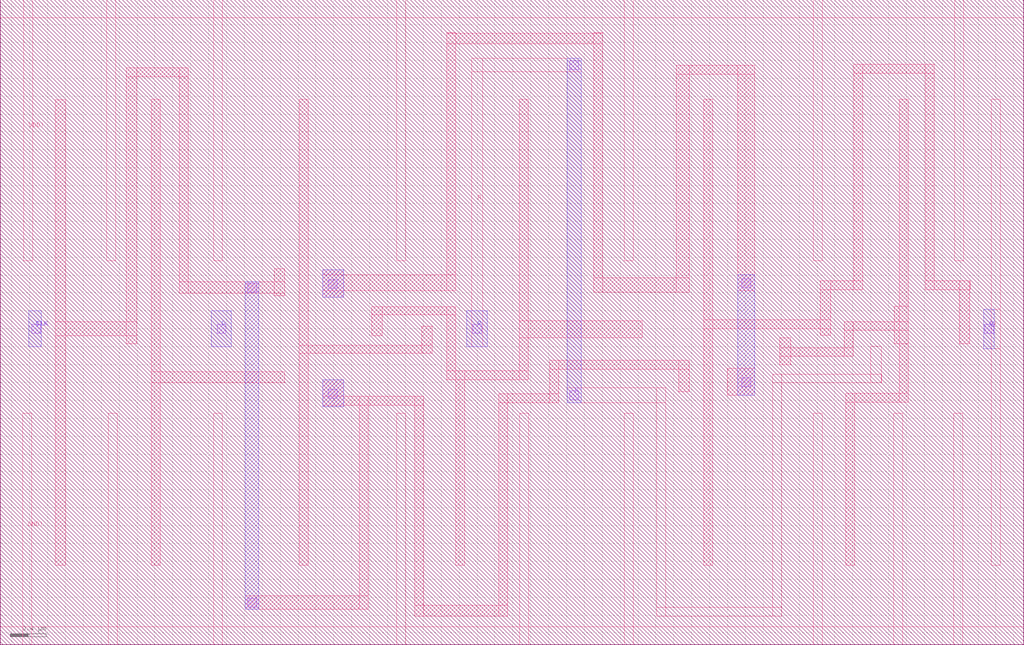
<source format=lef>
NAMESCASESENSITIVE ON ;
BUSBITCHARS "[]" ;

UNITS
  DATABASE MICRONS 1000 ;
END UNITS

MANUFACTURINGGRID 0.001 ;

DIVIDERCHAR "/" ;

LAYER M1
  TYPE ROUTING ;
  DIRECTION HORIZONTAL ;
  PITCH 0.26 0.26 ;
  WIDTH 0.14 ;
  AREA 0.042 ;
  SPACING 0.09 ;
  SPACING 0.19 RANGE 1.76 4 ;
  SPACING 0.29 RANGE 4 8 ;
  SPACING 1.05 RANGE 8 25 ;
  SPACING 1.85 RANGE 25 100000 ;
END M1

LAYER V1
  TYPE CUT ;
END V1

LAYER M2
  TYPE ROUTING ;
  DIRECTION VERTICAL ;
  PITCH 0.26 0.26 ;
  WIDTH 0.14 ;
  AREA 0.052 ;
  SPACING 0.1 ;
  SPACING 0.19 RANGE 1.76 4 ;
  SPACING 0.29 RANGE 4 8 ;
  SPACING 1.05 RANGE 8 25 ;
  SPACING 1.85 RANGE 25 100000 ;
END M2

LAYER V2
  TYPE CUT ;
END V2

LAYER M3
  TYPE ROUTING ;
  DIRECTION HORIZONTAL ;
  PITCH 0.26 0.26 ;
  WIDTH 0.14 ;
  AREA 0.052 ;
  SPACING 0.1 ;
  SPACING 0.19 RANGE 1.76 4 ;
  SPACING 0.29 RANGE 4 8 ;
  SPACING 1.05 RANGE 8 25 ;
  SPACING 1.85 RANGE 25 100000 ;
END M3

LAYER V3
  TYPE CUT ;
END V3

LAYER M4
  TYPE ROUTING ;
  DIRECTION VERTICAL ;
  PITCH 0.26 0.26 ;
  WIDTH 0.14 ;
  AREA 0.052 ;
  SPACING 0.1 ;
  SPACING 0.19 RANGE 1.76 4 ;
  SPACING 0.29 RANGE 4 8 ;
  SPACING 1.05 RANGE 8 25 ;
  SPACING 1.85 RANGE 25 100000 ;
END M4

LAYER V4
  TYPE CUT ;
END V4

LAYER M5
  TYPE ROUTING ;
  DIRECTION HORIZONTAL ;
  PITCH 0.26 0.26 ;
  WIDTH 0.14 ;
  AREA 0.052 ;
  SPACING 0.1 ;
  SPACING 0.19 RANGE 1.76 4 ;
  SPACING 0.29 RANGE 4 8 ;
  SPACING 1.05 RANGE 8 25 ;
  SPACING 1.85 RANGE 25 100000 ;
END M5

LAYER V5
  TYPE CUT ;
END V5

LAYER M6
  TYPE ROUTING ;
  DIRECTION VERTICAL ;
  PITCH 0.26 0.26 ;
  WIDTH 0.14 ;
  AREA 0.052 ;
  SPACING 0.1 ;
  SPACING 0.19 RANGE 1.76 4 ;
  SPACING 0.29 RANGE 4 8 ;
  SPACING 1.05 RANGE 8 25 ;
  SPACING 1.85 RANGE 25 100000 ;
  END M6

LAYER OVERLAP
  TYPE OVERLAP ;
END OVERLAP

SPACING
  SAMENET M1  M1    0.09 STACK ;
  SAMENET M2  M2    0.1 STACK ;
  SAMENET M3  M3    0.1 STACK ;
  SAMENET M4  M4    0.1 STACK ;
  SAMENET M5  M5    0.1 STACK ;
  SAMENET M6  M6    0.1 STACK ;
  SAMENET V1  V1    0.1 ;
  SAMENET V2  V2    0.1 ;
  SAMENET V3  V3    0.1 ;
  SAMENET V4  V4    0.1 ;
  SAMENET V5  V5    0.1 ;
  SAMENET V1  V2    0.00 STACK ;
  SAMENET V2  V3    0.00 STACK ;
  SAMENET V3  V4    0.00 STACK ;
  SAMENET V4  V5    0.00 STACK ;
  SAMENET V1  V3    0.00 STACK ;
  SAMENET V2  V4    0.00 STACK ;
  SAMENET V3  V5    0.00 STACK ;
  SAMENET V1  V4    0.00 STACK ;
  SAMENET V2  V5    0.00 STACK ;
  SAMENET V1  V5    0.00 STACK ;
END SPACING


VIA via5 DEFAULT
  LAYER M5 ;
    RECT -0.07 -0.07 0.07 0.07 ;
  LAYER V5 ;
    RECT -0.05 -0.05 0.05 0.05 ;
  LAYER M6 ;
    RECT -0.07 -0.07 0.07 0.07 ;
END via5

VIA via4 DEFAULT
  LAYER M4 ;
    RECT -0.07 -0.07 0.07 0.07 ;
  LAYER V4 ;
    RECT -0.05 -0.05 0.05 0.05 ;
  LAYER M5 ;
    RECT -0.07 -0.07 0.07 0.07 ;
END via4

VIA via3 DEFAULT
  LAYER M4 ;
    RECT -0.07 -0.07 0.07 0.07 ;
  LAYER V3 ;
    RECT -0.05 -0.05 0.05 0.05 ;
  LAYER M3 ;
    RECT -0.07 -0.07 0.07 0.07 ;
END via3

VIA via2 DEFAULT
  LAYER M3 ;
    RECT -0.07 -0.07 0.07 0.07 ;
  LAYER V2 ;
    RECT -0.05 -0.05 0.05 0.05 ;
  LAYER M2 ;
    RECT -0.07 -0.07 0.07 0.07 ;
END via2

VIA via1 DEFAULT
  LAYER M2 ;
    RECT -0.07 -0.07 0.07 0.07 ;
  LAYER V1 ;
    RECT -0.05 -0.05 0.05 0.05 ;
  LAYER M1 ;
    RECT -0.07 -0.07 0.07 0.07 ;
END via1


VIARULE via1Array GENERATE
  LAYER M1 ;
  DIRECTION HORIZONTAL ;
  OVERHANG 0.045 ;
    METALOVERHANG 0 ;
  LAYER M2 ;
  DIRECTION VERTICAL ;
    OVERHANG 0.045 ;
    METALOVERHANG 0 ;
  LAYER V1 ;
    RECT -0.05 -0.05 0.05 0.05 ;
    SPACING 0.2 BY 0.2 ;
END via1Array


VIARULE via2Array GENERATE
  LAYER M3 ;
    DIRECTION HORIZONTAL ;
    OVERHANG 0.03 ;
    METALOVERHANG 0 ;
  LAYER M2 ;
  DIRECTION VERTICAL ;
    OVERHANG 0.03 ;
    METALOVERHANG 0 ;
  LAYER V2 ;
    RECT -0.05 -0.05 0.05 0.05 ;
    SPACING 0.2 BY 0.2 ;
END via2Array


VIARULE via3Array GENERATE
  LAYER M3 ;
    DIRECTION HORIZONTAL ;
    OVERHANG 0.03 ;
    METALOVERHANG 0 ;
  LAYER M4 ;
    DIRECTION VERTICAL ;
    OVERHANG 0.03 ;
    METALOVERHANG 0 ;
  LAYER V3 ;
    RECT -0.05 -0.05 0.05 0.05 ;
    SPACING 0.2 BY 0.2 ;
END via3Array

VIARULE via4Array GENERATE
  LAYER M5 ;
    DIRECTION HORIZONTAL ;
    OVERHANG 0.03 ;
    METALOVERHANG 0 ;
  LAYER M4 ;
    DIRECTION VERTICAL ;
    OVERHANG 0.03 ;
    METALOVERHANG 0 ;
  LAYER V4 ;
    RECT -0.05 -0.05 0.05 0.05 ;
    SPACING 0.2 BY 0.2 ;
END via4Array

VIARULE via5Array GENERATE
  LAYER M5 ;
    DIRECTION HORIZONTAL ;
    OVERHANG 0.03 ;
    METALOVERHANG 0 ;
  LAYER M6 ;
    DIRECTION VERTICAL ;
    OVERHANG 0.045 ;
    METALOVERHANG 0 ;
  LAYER V5 ;
    RECT -0.05 -0.05 0.05 0.05 ;
    SPACING 0.2 BY 0.2 ;
END via5Array

VIARULE TURNM1 GENERATE
  LAYER M1 ;
    DIRECTION HORIZONTAL ;
  LAYER M1 ;
    DIRECTION VERTICAL ;
END TURNM1

VIARULE TURNM2 GENERATE
  LAYER M2 ;
    DIRECTION HORIZONTAL ;
  LAYER M2 ;
    DIRECTION VERTICAL ;
END TURNM2

VIARULE TURNM3 GENERATE
  LAYER M3 ;
    DIRECTION HORIZONTAL ;
  LAYER M3 ;
    DIRECTION VERTICAL ;
END TURNM3

VIARULE TURNM4 GENERATE
  LAYER M4 ;
    DIRECTION HORIZONTAL ;
  LAYER M4 ;
    DIRECTION VERTICAL ;
END TURNM4

VIARULE TURNM5 GENERATE
  LAYER M5 ;
    DIRECTION HORIZONTAL ;
  LAYER M5 ;
    DIRECTION VERTICAL ;
END TURNM5

VIARULE TURNM6 GENERATE
  LAYER M6 ;
    DIRECTION HORIZONTAL ;
  LAYER M6 ;
    DIRECTION VERTICAL ;
END TURNM6


SITE  CoreSite
    CLASS       CORE ;
    SYMMETRY    Y ;
    SYMMETRY    X ;
    SIZE        0.260 BY 7.209 ;
END  CoreSite

SITE  TDCoverSite
    CLASS       CORE ;
    SIZE        0.0500 BY 0.0500 ;
END  TDCoverSite

SITE  SBlockSite
    CLASS       CORE ;
    SIZE        0.0500 BY 0.0500 ;
END  SBlockSite

SITE  PortCellSite
    CLASS       PAD ;
    SIZE        0.0500 BY 0.0500 ;
END  PortCellSite

SITE  Core
    CLASS       CORE ;
    SYMMETRY    Y ;
    SYMMETRY    X ;
    SIZE        0.260 BY 7.209 ;
END  Core

MACRO AOI12
  CLASS CORE ;
  ORIGIN -0.153 3.533 ;
  FOREIGN AOI12 0.153 -3.533 ;
  SIZE 2.861 BY 7.209 ;
  SYMMETRY X Y ;
  SITE CoreSite ;
  PIN A
    DIRECTION INPUT ;
    USE SIGNAL ;
    PORT
      LAYER M1 ;
        RECT 1.773 -0.204 1.913 0.196 ;
      LAYER M2 ;
        RECT 1.773 -0.204 1.913 0.196 ;
      LAYER V1 ;
        RECT 1.795 -0.05 1.895 0.05 ;
    END
  END A
  PIN B
    DIRECTION INPUT ;
    USE SIGNAL ;
    PORT
      LAYER M1 ;
        RECT 1.253 -0.204 1.393 0.196 ;
      LAYER M2 ;
        RECT 1.253 -0.204 1.393 0.196 ;
      LAYER V1 ;
        RECT 1.274 -0.05 1.374 0.05 ;
    END
  END B
  PIN C
    DIRECTION INPUT ;
    USE SIGNAL ;
    PORT
      LAYER M1 ;
        RECT 0.733 -0.204 0.873 0.196 ;
      LAYER M2 ;
        RECT 0.733 -0.204 0.873 0.196 ;
      LAYER V1 ;
        RECT 0.754 -0.05 0.854 0.05 ;
    END
  END C
  PIN OUT
    DIRECTION OUTPUT ;
    USE SIGNAL ;
    PORT
      LAYER M1 ;
        RECT 2.307 -0.856 2.421 2.562 ;
        RECT 1.644 -0.856 2.421 -0.766 ;
        RECT 1.644 -2.646 1.734 -0.766 ;
      LAYER M2 ;
        RECT 2.294 -0.204 2.434 0.196 ;
      LAYER V1 ;
        RECT 2.315 -0.05 2.415 0.05 ;
    END
  END OUT
  PIN GND!
    DIRECTION INOUT ;
    USE GROUND ;
    SHAPE ABUTMENT ;
    PORT
      LAYER M1 ;
        RECT 0.153 -3.533 3.014 -3.333 ;
        RECT 2.305 -3.533 2.411 -0.946 ;
        RECT 0.601 -3.533 0.691 -0.946 ;
    END
  END GND!
  PIN VDD!
    DIRECTION INOUT ;
    USE POWER ;
    SHAPE ABUTMENT ;
    PORT
      LAYER M1 ;
        RECT 0.153 3.476 3.014 3.676 ;
        RECT 1.124 0.762 1.214 3.676 ;
    END
  END VDD!
  OBS
    LAYER M1 ;
      RECT 0.601 0.58 0.691 2.562 ;
      RECT 1.644 0.58 1.734 2.561 ;
      RECT 0.601 0.58 1.734 0.67 ;
  END
END AOI12

MACRO AOI22
  CLASS CORE ;
  ORIGIN -0.153 3.533 ;
  FOREIGN AOI22 0.153 -3.533 ;
  SIZE 3.381 BY 7.209 ;
  SYMMETRY X Y ;
  SITE CoreSite ;
  PIN A
    DIRECTION INPUT ;
    USE SIGNAL ;
    PORT
      LAYER M1 ;
        RECT 1.253 -0.2 1.393 0.2 ;
      LAYER M2 ;
        RECT 1.253 -0.2 1.393 0.2 ;
      LAYER V1 ;
        RECT 1.274 -0.05 1.374 0.05 ;
    END
  END A
  PIN B
    DIRECTION INPUT ;
    USE SIGNAL ;
    PORT
      LAYER M1 ;
        RECT 0.733 -0.2 0.873 0.2 ;
      LAYER M2 ;
        RECT 0.733 -0.2 0.873 0.2 ;
      LAYER V1 ;
        RECT 0.753 -0.05 0.853 0.05 ;
    END
  END B
  PIN C
    DIRECTION INPUT ;
    USE SIGNAL ;
    PORT
      LAYER M1 ;
        RECT 1.774 -0.2 1.914 0.2 ;
      LAYER M2 ;
        RECT 1.774 -0.2 1.914 0.2 ;
      LAYER V1 ;
        RECT 1.795 -0.05 1.895 0.05 ;
    END
  END C
  PIN D
    DIRECTION INPUT ;
    USE SIGNAL ;
    PORT
      LAYER M1 ;
        RECT 2.814 -0.2 2.954 0.2 ;
      LAYER M2 ;
        RECT 2.814 -0.2 2.954 0.2 ;
      LAYER V1 ;
        RECT 2.834 -0.05 2.934 0.05 ;
    END
  END D
  PIN OUT
    DIRECTION OUTPUT ;
    USE SIGNAL ;
    PORT
      LAYER M1 ;
        RECT 2.294 -0.856 2.434 2.562 ;
        RECT 1.644 -0.856 2.434 -0.766 ;
        RECT 1.644 -2.646 1.734 -0.766 ;
      LAYER M2 ;
        RECT 2.294 -0.2 2.434 0.2 ;
      LAYER V1 ;
        RECT 2.314 -0.05 2.414 0.05 ;
    END
  END OUT
  PIN GND!
    DIRECTION INOUT ;
    USE GROUND ;
    SHAPE ABUTMENT ;
    PORT
      LAYER M1 ;
        RECT 0.153 -3.533 3.534 -3.333 ;
        RECT 2.993 -3.533 3.083 -0.946 ;
        RECT 0.601 -3.533 0.691 -0.946 ;
    END
  END GND!
  PIN VDD!
    DIRECTION INOUT ;
    USE POWER ;
    SHAPE ABUTMENT ;
    PORT
      LAYER M1 ;
        RECT 0.153 3.476 3.534 3.676 ;
        RECT 1.124 0.762 1.214 3.676 ;
    END
  END VDD!
  OBS
    LAYER M1 ;
      RECT 1.643 2.652 3.084 2.742 ;
      RECT 2.994 0.762 3.084 2.742 ;
      RECT 1.643 0.582 1.733 2.742 ;
      RECT 0.601 0.582 0.691 2.562 ;
      RECT 0.601 0.582 1.733 0.672 ;
  END
END AOI22

MACRO Filler_cell
  CLASS CORE ;
  ORIGIN -0.163 3.481 ;
  FOREIGN Filler_cell 0.163 -3.481 ;
  SIZE 0.26 BY 7.209 ;
  SYMMETRY X Y ;
  SITE CoreSite ;
  PIN VDD
    DIRECTION INOUT ;
    USE POWER ;
    PORT
      LAYER M1 ;
        RECT 0.111 3.528 0.47 3.728 ;
    END
  END VDD
  PIN VSS
    DIRECTION INOUT ;
    USE GROUND ;
    PORT
      LAYER M1 ;
        RECT 0.111 -3.481 0.47 -3.281 ;
    END
  END VSS
END Filler_cell

MACRO Flip_Flop
  CLASS CORE ;
  ORIGIN 1.129 3.533 ;
  FOREIGN Flip_Flop -1.129 -3.533 ;
  SIZE 11.44 BY 7.209 ;
  SYMMETRY X Y ;
  SITE CoreSite ;
  PIN CLK
    DIRECTION INPUT ;
    USE SIGNAL ;
    PORT
      LAYER M1 ;
        RECT -0.809 -0.201 -0.669 0.199 ;
      LAYER M2 ;
        RECT -0.809 -0.201 -0.669 0.199 ;
      LAYER V1 ;
        RECT -0.775 -0.051 -0.675 0.049 ;
    END
  END CLK
  PIN D
    DIRECTION INPUT ;
    USE SIGNAL ;
    PORT
      LAYER M1 ;
        RECT 1.227 -0.201 1.455 0.2 ;
      LAYER M2 ;
        RECT 1.227 -0.201 1.455 0.2 ;
      LAYER V1 ;
        RECT 1.294 -0.051 1.394 0.049 ;
    END
  END D
  PIN Q
    DIRECTION OUTPUT ;
    USE SIGNAL ;
    PORT
      LAYER M1 ;
        RECT 9.946 -2.646 10.046 2.563 ;
        RECT 9.861 -0.221 10.046 0.219 ;
      LAYER M2 ;
        RECT 9.861 -0.221 9.981 0.219 ;
      LAYER V1 ;
        RECT 9.874 -0.051 9.974 0.049 ;
    END
  END Q
  PIN R
    DIRECTION INPUT ;
    USE SIGNAL ;
    PORT
      LAYER M1 ;
        RECT 7.507 -0.606 8.721 -0.506 ;
        RECT 8.599 -0.606 8.717 -0.193 ;
        RECT 7.507 -3.214 7.607 -0.506 ;
        RECT 6.207 -3.214 7.607 -3.114 ;
        RECT 5.21 -0.828 6.307 -0.659 ;
        RECT 6.207 -3.214 6.307 -0.659 ;
        RECT 4.141 2.874 5.363 3.022 ;
        RECT 4.087 -0.201 4.315 0.2 ;
        RECT 4.141 -0.201 4.263 3.022 ;
      LAYER M2 ;
        RECT 5.21 -0.828 5.363 3.022 ;
        RECT 4.087 -0.201 4.315 0.2 ;
      LAYER V1 ;
        RECT 4.153 -0.051 4.253 0.049 ;
        RECT 5.239 2.895 5.339 2.995 ;
        RECT 5.239 -0.795 5.339 -0.695 ;
    END
  END R
  PIN GND!
    DIRECTION INOUT ;
    USE GROUND ;
    SHAPE ABUTMENT ;
    PORT
      LAYER M1 ;
        RECT -1.129 -3.533 10.311 -3.333 ;
        RECT 9.526 -3.533 9.626 -0.946 ;
        RECT 8.858 -3.533 8.958 -0.946 ;
        RECT 7.957 -3.533 8.057 -0.946 ;
        RECT 5.845 -3.533 5.945 -0.946 ;
        RECT 4.678 -3.533 4.778 -0.946 ;
        RECT 3.302 -3.533 3.402 -0.946 ;
        RECT 1.255 -3.533 1.355 -0.946 ;
        RECT 0.079 -3.533 0.177 -0.946 ;
        RECT -0.875 -3.533 -0.777 -0.946 ;
    END
  END GND!
  PIN VDD!
    DIRECTION INOUT ;
    USE POWER ;
    SHAPE ABUTMENT ;
    PORT
      LAYER M1 ;
        RECT -1.129 3.476 10.311 3.676 ;
        RECT 9.538 0.762 9.638 3.676 ;
        RECT 7.958 0.762 8.058 3.676 ;
        RECT 5.845 0.762 5.945 3.676 ;
        RECT 3.302 0.762 3.402 3.676 ;
        RECT 1.255 0.762 1.355 3.676 ;
        RECT 0.064 0.762 0.162 3.676 ;
        RECT -0.866 0.762 -0.768 3.676 ;
    END
  END VDD!
  OBS
    LAYER M1 ;
      RECT 8.409 2.858 9.309 2.958 ;
      RECT 9.209 0.438 9.309 2.958 ;
      RECT 8.409 0.438 8.509 2.958 ;
      RECT 6.733 -2.646 6.832 2.563 ;
      RECT 9.209 0.438 9.711 0.538 ;
      RECT 8.038 0.438 8.509 0.538 ;
      RECT 9.591 -0.166 9.709 0.538 ;
      RECT 8.038 -0.075 8.156 0.538 ;
      RECT 6.733 0 8.156 0.098 ;
      RECT 8.919 -0.821 9.019 2.563 ;
      RECT 8.861 -0.166 9.019 0.25 ;
      RECT 8.304 -0.019 9.019 0.081 ;
      RECT 8.304 -0.31 8.404 0.081 ;
      RECT 7.586 -0.402 7.704 -0.099 ;
      RECT 7.586 -0.31 8.404 -0.21 ;
      RECT 8.322 -0.821 9.019 -0.721 ;
      RECT 8.322 -2.646 8.422 -0.721 ;
      RECT 5.505 0.408 5.605 3.307 ;
      RECT 3.864 0.424 3.964 3.306 ;
      RECT 3.864 3.184 5.605 3.305 ;
      RECT 6.427 2.843 7.302 2.943 ;
      RECT 7.115 0.424 7.302 2.943 ;
      RECT 6.427 0.408 6.571 2.943 ;
      RECT 2.474 0.354 2.709 0.657 ;
      RECT 2.474 0.424 3.964 0.602 ;
      RECT 5.505 0.408 6.571 0.57 ;
      RECT 5.011 -0.453 6.571 -0.353 ;
      RECT 6.453 -0.705 6.571 -0.353 ;
      RECT 5.011 -0.828 5.111 -0.353 ;
      RECT 2.474 -0.874 2.709 -0.571 ;
      RECT 4.441 -0.828 5.111 -0.728 ;
      RECT 2.474 -0.856 3.602 -0.756 ;
      RECT 3.502 -3.214 3.602 -0.756 ;
      RECT 4.441 -3.214 4.541 -0.728 ;
      RECT 2.882 -3.136 2.982 -0.756 ;
      RECT 1.61 -3.136 2.982 -2.984 ;
      RECT 3.502 -3.214 4.545 -3.091 ;
      RECT 4.671 -0.569 4.771 2.563 ;
      RECT 3.024 0.158 3.964 0.248 ;
      RECT 3.864 -0.57 3.964 0.248 ;
      RECT 3.024 -0.079 3.142 0.248 ;
      RECT 4.671 -0.1 6.047 0.092 ;
      RECT 3.864 -0.569 4.771 -0.469 ;
      RECT 3.964 -2.646 4.064 -0.469 ;
      RECT 2.212 -2.646 2.311 2.563 ;
      RECT 3.58 -0.276 3.698 0.03 ;
      RECT 2.212 -0.276 3.698 -0.186 ;
      RECT 0.561 -2.646 0.661 2.563 ;
      RECT 0.561 -0.602 2.05 -0.478 ;
      RECT 0.281 2.819 0.973 2.919 ;
      RECT 0.873 0.395 0.973 2.919 ;
      RECT 0.281 -0.166 0.399 2.919 ;
      RECT -0.514 -2.646 -0.396 2.562 ;
      RECT 1.932 0.369 2.05 0.672 ;
      RECT 0.873 0.395 2.05 0.526 ;
      RECT -0.514 -0.08 0.399 0.079 ;
      RECT 6.995 -0.744 7.302 -0.441 ;
    LAYER V1 ;
      RECT 7.158 -0.649 7.258 -0.549 ;
      RECT 7.158 0.46 7.258 0.56 ;
      RECT 2.538 -0.778 2.638 -0.678 ;
      RECT 2.538 0.45 2.638 0.55 ;
      RECT 1.639 -3.113 1.739 -3.013 ;
      RECT 1.639 0.41 1.739 0.51 ;
    LAYER M2 ;
      RECT 7.115 -0.744 7.302 0.602 ;
      RECT 2.474 -0.874 2.709 -0.571 ;
      RECT 2.474 0.354 2.709 0.657 ;
      RECT 1.61 -3.136 1.763 0.526 ;
  END
END Flip_Flop

MACRO INV
  CLASS CORE ;
  ORIGIN -0.153 3.533 ;
  FOREIGN INV 0.153 -3.533 ;
  SIZE 1.82 BY 7.209 ;
  SYMMETRY X Y ;
  SITE CoreSite ;
  PIN IN
    DIRECTION INPUT ;
    USE SIGNAL ;
    PORT
      LAYER M1 ;
        RECT 0.733 -0.2 0.873 0.2 ;
      LAYER M2 ;
        RECT 0.733 -0.2 0.873 0.2 ;
      LAYER V1 ;
        RECT 0.753 -0.05 0.853 0.05 ;
    END
  END IN
  PIN OUT
    DIRECTION OUTPUT ;
    USE SIGNAL ;
    PORT
      LAYER M1 ;
        RECT 1.305 -2.646 1.395 2.562 ;
        RECT 1.253 -0.2 1.395 0.2 ;
      LAYER M2 ;
        RECT 1.253 -0.2 1.393 0.2 ;
      LAYER V1 ;
        RECT 1.273 -0.05 1.373 0.05 ;
    END
  END OUT
  PIN GND!
    DIRECTION INOUT ;
    USE GROUND ;
    SHAPE ABUTMENT ;
    PORT
      LAYER M1 ;
        RECT 0.153 -3.533 1.973 -3.333 ;
        RECT 0.601 -3.533 0.691 -0.946 ;
    END
  END GND!
  PIN VDD!
    DIRECTION INOUT ;
    USE POWER ;
    SHAPE ABUTMENT ;
    PORT
      LAYER M1 ;
        RECT 0.153 3.476 1.973 3.676 ;
        RECT 0.602 0.762 0.692 3.676 ;
    END
  END VDD!
END INV

MACRO NAND2
  CLASS CORE ;
  ORIGIN -0.153 3.533 ;
  FOREIGN NAND2 0.153 -3.533 ;
  SIZE 2.34 BY 7.209 ;
  SYMMETRY X Y ;
  SITE CoreSite ;
  PIN A
    DIRECTION INPUT ;
    USE SIGNAL ;
    PORT
      LAYER M1 ;
        RECT 0.733 -0.2 0.873 0.2 ;
      LAYER M2 ;
        RECT 0.733 -0.2 0.873 0.2 ;
      LAYER V1 ;
        RECT 0.753 -0.05 0.853 0.05 ;
    END
  END A
  PIN B
    DIRECTION INPUT ;
    USE SIGNAL ;
    PORT
      LAYER M1 ;
        RECT 1.773 -0.2 1.913 0.2 ;
      LAYER M2 ;
        RECT 1.773 -0.2 1.913 0.2 ;
      LAYER V1 ;
        RECT 1.794 -0.05 1.894 0.05 ;
    END
  END B
  PIN OUT
    DIRECTION OUTPUT ;
    USE SIGNAL ;
    PORT
      LAYER M1 ;
        RECT 1.253 -0.856 1.393 2.562 ;
        RECT 0.602 -0.856 1.393 -0.766 ;
        RECT 0.602 -2.646 0.692 -0.766 ;
      LAYER M2 ;
        RECT 1.253 -0.2 1.393 0.2 ;
      LAYER V1 ;
        RECT 1.274 -0.05 1.374 0.05 ;
    END
  END OUT
  PIN GND!
    DIRECTION INOUT ;
    USE GROUND ;
    SHAPE ABUTMENT ;
    PORT
      LAYER M1 ;
        RECT 0.153 -3.533 2.493 -3.333 ;
        RECT 1.955 -3.533 2.045 -0.946 ;
    END
  END GND!
  PIN VDD!
    DIRECTION INOUT ;
    USE POWER ;
    SHAPE ABUTMENT ;
    PORT
      LAYER M1 ;
        RECT 0.153 3.476 2.493 3.676 ;
        RECT 1.955 0.762 2.045 3.676 ;
        RECT 0.601 0.762 0.691 3.676 ;
    END
  END VDD!
END NAND2

MACRO NAND3
  CLASS CORE ;
  ORIGIN -0.163 3.533 ;
  FOREIGN NAND3 0.163 -3.533 ;
  SIZE 3.12 BY 7.209 ;
  SYMMETRY X Y ;
  SITE CoreSite ;
  PIN A
    DIRECTION INPUT ;
    USE SIGNAL ;
    PORT
      LAYER M1 ;
        RECT 1.263 -0.2 1.403 0.2 ;
      LAYER M2 ;
        RECT 1.263 -0.2 1.403 0.2 ;
      LAYER V1 ;
        RECT 1.284 -0.05 1.384 0.05 ;
    END
  END A
  PIN B
    DIRECTION INPUT ;
    USE SIGNAL ;
    PORT
      LAYER M1 ;
        RECT 1.783 -0.2 1.923 0.2 ;
      LAYER M2 ;
        RECT 1.783 -0.2 1.923 0.2 ;
      LAYER V1 ;
        RECT 1.804 -0.05 1.904 0.05 ;
    END
  END B
  PIN C
    DIRECTION INPUT ;
    USE SIGNAL ;
    PORT
      LAYER M1 ;
        RECT 2.563 -0.2 2.703 0.2 ;
      LAYER M2 ;
        RECT 2.563 -0.2 2.703 0.2 ;
      LAYER V1 ;
        RECT 2.587 -0.05 2.687 0.05 ;
    END
  END C
  PIN OUT
    DIRECTION OUTPUT ;
    USE SIGNAL ;
    PORT
      LAYER M1 ;
        RECT 2.103 -0.856 2.193 2.562 ;
        RECT 0.765 -0.856 2.193 -0.766 ;
        RECT 0.743 -0.2 0.883 0.2 ;
        RECT 0.765 -2.646 0.855 2.562 ;
      LAYER M2 ;
        RECT 0.743 -0.2 0.883 0.2 ;
      LAYER V1 ;
        RECT 0.757 -0.05 0.857 0.05 ;
    END
  END OUT
  PIN GND!
    DIRECTION INOUT ;
    USE GROUND ;
    SHAPE ABUTMENT ;
    PORT
      LAYER M1 ;
        RECT 0.163 -3.533 3.283 -3.333 ;
        RECT 2.746 -3.533 2.836 -0.946 ;
    END
  END GND!
  PIN VDD!
    DIRECTION INOUT ;
    USE POWER ;
    SHAPE ABUTMENT ;
    PORT
      LAYER M1 ;
        RECT 0.163 3.476 3.283 3.676 ;
        RECT 2.746 0.762 2.836 3.676 ;
        RECT 1.433 0.762 1.523 3.676 ;
    END
  END VDD!
END NAND3

MACRO NAND4
  CLASS CORE ;
  ORIGIN -0.24 3.533 ;
  FOREIGN NAND4 0.24 -3.533 ;
  SIZE 3.38 BY 7.209 ;
  SYMMETRY X Y ;
  SITE CoreSite ;
  PIN A
    DIRECTION INPUT ;
    USE SIGNAL ;
    PORT
      LAYER M1 ;
        RECT 1.34 -0.2 1.48 0.2 ;
      LAYER M2 ;
        RECT 1.34 -0.2 1.48 0.2 ;
      LAYER V1 ;
        RECT 1.361 -0.05 1.461 0.05 ;
    END
  END A
  PIN B
    DIRECTION INPUT ;
    USE SIGNAL ;
    PORT
      LAYER M1 ;
        RECT 1.86 -0.2 2 0.2 ;
      LAYER M2 ;
        RECT 1.86 -0.2 2 0.2 ;
      LAYER V1 ;
        RECT 1.881 -0.05 1.981 0.05 ;
    END
  END B
  PIN C
    DIRECTION INPUT ;
    USE SIGNAL ;
    PORT
      LAYER M1 ;
        RECT 2.38 -0.2 2.52 0.2 ;
      LAYER M2 ;
        RECT 2.38 -0.2 2.52 0.2 ;
      LAYER V1 ;
        RECT 2.401 -0.05 2.501 0.05 ;
    END
  END C
  PIN D
    DIRECTION INPUT ;
    USE SIGNAL ;
    PORT
      LAYER M1 ;
        RECT 2.9 -0.199 3.04 0.2 ;
      LAYER M2 ;
        RECT 2.9 -0.2 3.04 0.2 ;
      LAYER V1 ;
        RECT 2.924 -0.05 3.024 0.05 ;
    END
  END D
  PIN OUT
    DIRECTION OUTPUT ;
    USE SIGNAL ;
    PORT
      LAYER M1 ;
        RECT 3.131 -0.856 3.221 2.562 ;
        RECT 0.82 -0.856 3.221 -0.766 ;
        RECT 2.122 -0.856 2.212 2.562 ;
        RECT 0.82 -2.646 0.96 2.562 ;
      LAYER M2 ;
        RECT 0.82 -0.2 0.96 0.2 ;
      LAYER V1 ;
        RECT 0.834 -0.05 0.934 0.05 ;
    END
  END OUT
  PIN GND!
    DIRECTION INOUT ;
    USE GROUND ;
    SHAPE ABUTMENT ;
    PORT
      LAYER M1 ;
        RECT 0.24 -3.533 3.62 -3.333 ;
        RECT 3.083 -3.533 3.173 -0.946 ;
    END
  END GND!
  PIN VDD!
    DIRECTION INOUT ;
    USE POWER ;
    SHAPE ABUTMENT ;
    PORT
      LAYER M1 ;
        RECT 0.24 3.476 3.62 3.676 ;
        RECT 2.561 0.762 2.651 3.676 ;
        RECT 1.539 0.762 1.629 3.676 ;
    END
  END VDD!
END NAND4

MACRO NOR2
  CLASS CORE ;
  ORIGIN -0.153 3.533 ;
  FOREIGN NOR2 0.153 -3.533 ;
  SIZE 2.34 BY 7.209 ;
  SYMMETRY X Y ;
  SITE CoreSite ;
  PIN A
    DIRECTION INPUT ;
    USE SIGNAL ;
    PORT
      LAYER M1 ;
        RECT 0.733 -0.2 0.873 0.2 ;
      LAYER M2 ;
        RECT 0.733 -0.2 0.873 0.2 ;
      LAYER V1 ;
        RECT 0.753 -0.05 0.853 0.05 ;
    END
  END A
  PIN B
    DIRECTION INPUT ;
    USE SIGNAL ;
    PORT
      LAYER M1 ;
        RECT 1.253 -0.2 1.393 0.2 ;
      LAYER M2 ;
        RECT 1.253 -0.2 1.393 0.2 ;
      LAYER V1 ;
        RECT 1.274 -0.05 1.374 0.05 ;
    END
  END B
  PIN OUT
    DIRECTION OUTPUT ;
    USE SIGNAL ;
    PORT
      LAYER M1 ;
        RECT 1.913 -0.856 2.014 2.562 ;
        RECT 1.773 -0.2 2.014 0.2 ;
        RECT 1.125 -0.856 2.014 -0.766 ;
        RECT 1.125 -2.646 1.215 -0.766 ;
      LAYER M2 ;
        RECT 1.773 -0.2 1.913 0.2 ;
      LAYER V1 ;
        RECT 1.794 -0.05 1.894 0.05 ;
    END
  END OUT
  PIN GND!
    DIRECTION INOUT ;
    USE GROUND ;
    SHAPE ABUTMENT ;
    PORT
      LAYER M1 ;
        RECT 0.153 -3.533 2.493 -3.333 ;
        RECT 1.952 -3.533 2.042 -0.946 ;
        RECT 0.61 -3.533 0.7 -0.946 ;
    END
  END GND!
  PIN VDD!
    DIRECTION INOUT ;
    USE POWER ;
    SHAPE ABUTMENT ;
    PORT
      LAYER M1 ;
        RECT 0.153 3.476 2.493 3.676 ;
        RECT 0.601 0.762 0.691 3.676 ;
    END
  END VDD!
END NOR2

MACRO NOR3
  CLASS CORE ;
  ORIGIN -0.153 3.533 ;
  FOREIGN NOR3 0.153 -3.533 ;
  SIZE 2.863 BY 7.209 ;
  SYMMETRY X Y ;
  SITE CoreSite ;
  PIN A
    DIRECTION INPUT ;
    USE SIGNAL ;
    PORT
      LAYER M1 ;
        RECT 0.733 -0.2 0.873 0.2 ;
      LAYER M2 ;
        RECT 0.733 -0.2 0.873 0.2 ;
      LAYER V1 ;
        RECT 0.753 -0.05 0.853 0.05 ;
    END
  END A
  PIN B
    DIRECTION INPUT ;
    USE SIGNAL ;
    PORT
      LAYER M1 ;
        RECT 1.253 -0.204 1.393 0.196 ;
      LAYER M2 ;
        RECT 1.253 -0.204 1.393 0.196 ;
      LAYER V1 ;
        RECT 1.274 -0.054 1.374 0.046 ;
    END
  END B
  PIN C
    DIRECTION INPUT ;
    USE SIGNAL ;
    PORT
      LAYER M1 ;
        RECT 1.773 -0.204 1.913 0.196 ;
      LAYER M2 ;
        RECT 1.773 -0.204 1.913 0.196 ;
      LAYER V1 ;
        RECT 1.794 -0.054 1.894 0.046 ;
    END
  END C
  PIN OUT
    DIRECTION OUTPUT ;
    USE SIGNAL ;
    PORT
      LAYER M1 ;
        RECT 2.296 -0.204 2.436 0.196 ;
        RECT 2.318 -0.86 2.408 2.558 ;
        RECT 0.61 -0.856 2.408 -0.766 ;
        RECT 1.634 -2.65 1.724 -0.766 ;
        RECT 0.61 -2.646 0.7 -0.766 ;
      LAYER M2 ;
        RECT 2.296 -0.204 2.436 0.196 ;
      LAYER V1 ;
        RECT 2.317 -0.054 2.417 0.046 ;
    END
  END OUT
  PIN GND!
    DIRECTION INOUT ;
    USE GROUND ;
    SHAPE ABUTMENT ;
    PORT
      LAYER M1 ;
        RECT 0.153 -3.533 3.016 -3.333 ;
        RECT 2.346 -3.537 2.436 -0.95 ;
        RECT 1.124 -3.533 1.214 -0.946 ;
    END
  END GND!
  PIN VDD!
    DIRECTION INOUT ;
    USE POWER ;
    SHAPE ABUTMENT ;
    PORT
      LAYER M1 ;
        RECT 0.153 3.476 3.016 3.676 ;
        RECT 0.601 0.762 0.691 3.676 ;
    END
  END VDD!
END NOR3

MACRO OAI12
  CLASS CORE ;
  ORIGIN -0.153 3.533 ;
  FOREIGN OAI12 0.153 -3.533 ;
  SIZE 2.863 BY 7.209 ;
  SYMMETRY X Y ;
  SITE CoreSite ;
  PIN A
    DIRECTION INPUT ;
    USE SIGNAL ;
    PORT
      LAYER M1 ;
        RECT 0.733 -0.2 0.873 0.2 ;
      LAYER M2 ;
        RECT 0.733 -0.2 0.873 0.2 ;
      LAYER V1 ;
        RECT 0.753 -0.05 0.853 0.05 ;
    END
  END A
  PIN B
    DIRECTION INPUT ;
    USE SIGNAL ;
    PORT
      LAYER M1 ;
        RECT 2.296 -0.2 2.436 0.2 ;
      LAYER M2 ;
        RECT 2.296 -0.2 2.436 0.2 ;
      LAYER V1 ;
        RECT 2.317 -0.05 2.417 0.05 ;
    END
  END B
  PIN C
    DIRECTION INPUT ;
    USE SIGNAL ;
    PORT
      LAYER M1 ;
        RECT 1.776 -0.2 1.916 0.2 ;
      LAYER M2 ;
        RECT 1.776 -0.2 1.916 0.2 ;
      LAYER V1 ;
        RECT 1.797 -0.05 1.897 0.05 ;
    END
  END C
  PIN OUT
    DIRECTION OUTPUT ;
    USE SIGNAL ;
    PORT
      LAYER M1 ;
        RECT 1.256 -0.2 1.396 0.2 ;
        RECT 1.256 -0.856 1.395 2.562 ;
        RECT 0.601 -0.856 1.395 -0.766 ;
        RECT 0.601 -2.646 0.691 -0.766 ;
      LAYER M2 ;
        RECT 1.256 -0.2 1.396 0.2 ;
      LAYER V1 ;
        RECT 1.277 -0.05 1.377 0.05 ;
    END
  END OUT
  PIN GND!
    DIRECTION INOUT ;
    USE GROUND ;
    SHAPE ABUTMENT ;
    PORT
      LAYER M1 ;
        RECT 0.153 -3.533 3.016 -3.333 ;
        RECT 1.956 -3.533 2.046 -0.946 ;
    END
  END GND!
  PIN VDD!
    DIRECTION INOUT ;
    USE POWER ;
    SHAPE ABUTMENT ;
    PORT
      LAYER M1 ;
        RECT 0.153 3.476 3.016 3.676 ;
        RECT 2.477 0.762 2.567 3.676 ;
        RECT 0.601 0.762 0.691 3.676 ;
    END
  END VDD!
  OBS
    LAYER M1 ;
      RECT 1.467 -0.856 2.566 -0.766 ;
      RECT 2.476 -2.646 2.566 -0.766 ;
      RECT 1.467 -2.646 1.557 -0.766 ;
  END
END OAI12

MACRO OAI22
  CLASS CORE ;
  ORIGIN -0.153 3.533 ;
  FOREIGN OAI22 0.153 -3.533 ;
  SIZE 3.38 BY 7.209 ;
  SYMMETRY X Y ;
  SITE CoreSite ;
  PIN A
    DIRECTION INPUT ;
    USE SIGNAL ;
    PORT
      LAYER M1 ;
        RECT 0.733 -0.2 0.873 0.2 ;
      LAYER M2 ;
        RECT 0.733 -0.2 0.873 0.2 ;
      LAYER V1 ;
        RECT 0.753 -0.05 0.853 0.05 ;
    END
  END A
  PIN B
    DIRECTION INPUT ;
    USE SIGNAL ;
    PORT
      LAYER M1 ;
        RECT 1.253 -0.2 1.393 0.2 ;
      LAYER M2 ;
        RECT 1.253 -0.2 1.393 0.2 ;
      LAYER V1 ;
        RECT 1.274 -0.05 1.374 0.05 ;
    END
  END B
  PIN C
    DIRECTION INPUT ;
    USE SIGNAL ;
    PORT
      LAYER M1 ;
        RECT 2.813 -0.2 2.953 0.2 ;
      LAYER M2 ;
        RECT 2.813 -0.2 2.953 0.2 ;
      LAYER V1 ;
        RECT 2.832 -0.05 2.932 0.05 ;
    END
  END C
  PIN D
    DIRECTION INPUT ;
    USE SIGNAL ;
    PORT
      LAYER M1 ;
        RECT 2.293 -0.2 2.433 0.2 ;
      LAYER M2 ;
        RECT 2.293 -0.2 2.433 0.2 ;
      LAYER V1 ;
        RECT 2.314 -0.05 2.414 0.05 ;
    END
  END D
  PIN OUT
    DIRECTION OUTPUT ;
    USE SIGNAL ;
    PORT
      LAYER M1 ;
        RECT 1.773 -0.2 1.913 0.2 ;
        RECT 1.795 -0.856 1.885 2.562 ;
        RECT 1.123 -0.856 1.885 -0.766 ;
        RECT 1.123 -2.646 1.213 -0.766 ;
      LAYER M2 ;
        RECT 1.773 -0.2 1.913 0.2 ;
      LAYER V1 ;
        RECT 1.794 -0.05 1.894 0.05 ;
    END
  END OUT
  PIN GND!
    DIRECTION INOUT ;
    USE GROUND ;
    SHAPE ABUTMENT ;
    PORT
      LAYER M1 ;
        RECT 0.153 -3.533 3.533 -3.333 ;
        RECT 2.48 -3.533 2.57 -0.946 ;
    END
  END GND!
  PIN VDD!
    DIRECTION INOUT ;
    USE POWER ;
    SHAPE ABUTMENT ;
    PORT
      LAYER M1 ;
        RECT 0.153 3.476 3.533 3.676 ;
        RECT 2.994 0.762 3.084 3.676 ;
        RECT 0.601 0.762 0.691 3.676 ;
    END
  END VDD!
  OBS
    LAYER M1 ;
      RECT 1.986 -0.856 3.082 -0.766 ;
      RECT 2.992 -2.645 3.082 -0.766 ;
      RECT 1.986 -2.826 2.076 -0.766 ;
      RECT 0.601 -2.826 0.691 -0.946 ;
      RECT 0.601 -2.826 2.076 -2.736 ;
  END
END OAI22

MACRO XOR2
  CLASS CORE ;
  ORIGIN -0.769 3.533 ;
  FOREIGN XOR2 0.769 -3.533 ;
  SIZE 3.9 BY 7.209 ;
  SYMMETRY X Y ;
  SITE CoreSite ;
  PIN A
    DIRECTION INPUT ;
    USE SIGNAL ;
    PORT
      LAYER M1 ;
        RECT 2.909 -0.2 3.049 0.2 ;
      LAYER M2 ;
        RECT 2.909 -0.2 3.049 0.2 ;
      LAYER V1 ;
        RECT 2.93 -0.05 3.03 0.05 ;
    END
  END A
  PIN B
    DIRECTION INPUT ;
    USE SIGNAL ;
    PORT
      LAYER M1 ;
        RECT 1.609 -0.2 1.749 0.2 ;
      LAYER M2 ;
        RECT 1.609 -0.2 1.749 0.2 ;
      LAYER V1 ;
        RECT 1.63 -0.05 1.73 0.05 ;
    END
  END B
  PIN OUT
    DIRECTION OUTPUT ;
    USE SIGNAL ;
    PORT
      LAYER M1 ;
        RECT 3.429 -0.856 3.569 2.562 ;
        RECT 2.77 -0.856 3.569 -0.766 ;
        RECT 2.77 -2.646 2.86 -0.766 ;
      LAYER M2 ;
        RECT 3.429 -0.2 3.569 0.2 ;
      LAYER V1 ;
        RECT 3.442 -0.05 3.542 0.05 ;
    END
  END OUT
  PIN Z
    DIRECTION INPUT ;
    USE SIGNAL ;
    PORT
      LAYER M1 ;
        RECT 2.389 -0.856 2.529 0.2 ;
        RECT 1.219 -0.856 2.529 -0.766 ;
        RECT 1.774 -2.646 1.864 -0.766 ;
        RECT 1.219 -0.856 1.309 2.562 ;
      LAYER M2 ;
        RECT 2.389 -0.856 2.529 0.2 ;
      LAYER V1 ;
        RECT 2.41 -0.05 2.51 0.05 ;
    END
  END Z
  PIN GND!
    DIRECTION INOUT ;
    USE GROUND ;
    SHAPE ABUTMENT ;
    PORT
      LAYER M1 ;
        RECT 0.769 -3.533 4.669 -3.333 ;
        RECT 4.129 -3.533 4.219 -0.946 ;
        RECT 2.268 -3.533 2.358 -0.946 ;
        RECT 1.219 -3.533 1.309 -0.946 ;
    END
  END GND!
  PIN VDD!
    DIRECTION INOUT ;
    USE POWER ;
    SHAPE ABUTMENT ;
    PORT
      LAYER M1 ;
        RECT 0.769 3.476 4.669 3.676 ;
        RECT 2.259 0.762 2.349 3.676 ;
    END
  END VDD!
  OBS
    LAYER M1 ;
      RECT 2.77 2.652 4.219 2.742 ;
      RECT 4.129 0.762 4.219 2.742 ;
      RECT 2.77 0.762 2.86 2.742 ;
  END
END XOR2

END LIBRARY

</source>
